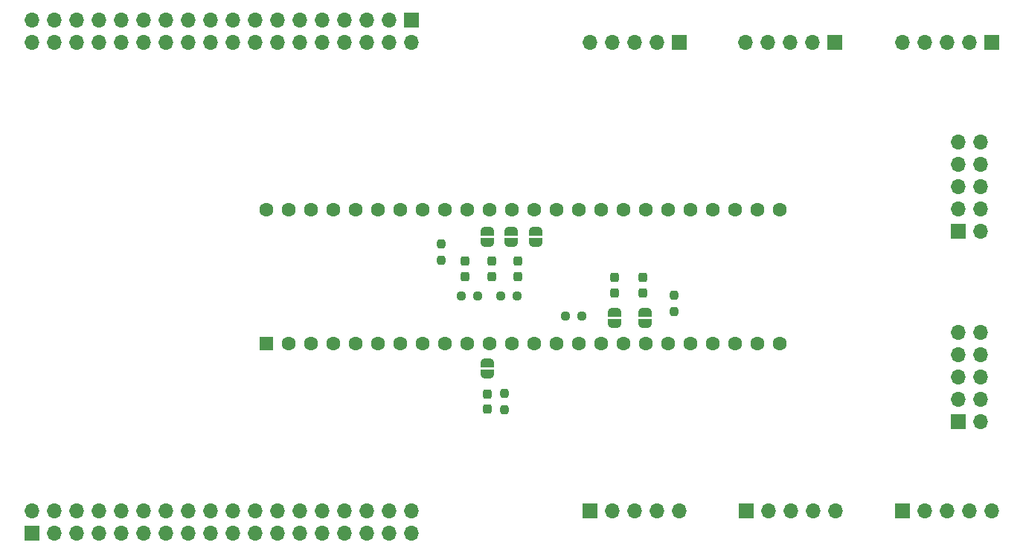
<source format=gbr>
G04 #@! TF.GenerationSoftware,KiCad,Pcbnew,7.0.10-7.0.10~ubuntu22.04.1*
G04 #@! TF.CreationDate,2024-01-06T14:45:44-05:00*
G04 #@! TF.ProjectId,Teensy41_DualMotor,5465656e-7379-4343-915f-4475616c4d6f,1*
G04 #@! TF.SameCoordinates,Original*
G04 #@! TF.FileFunction,Soldermask,Bot*
G04 #@! TF.FilePolarity,Negative*
%FSLAX46Y46*%
G04 Gerber Fmt 4.6, Leading zero omitted, Abs format (unit mm)*
G04 Created by KiCad (PCBNEW 7.0.10-7.0.10~ubuntu22.04.1) date 2024-01-06 14:45:44*
%MOMM*%
%LPD*%
G01*
G04 APERTURE LIST*
G04 Aperture macros list*
%AMRoundRect*
0 Rectangle with rounded corners*
0 $1 Rounding radius*
0 $2 $3 $4 $5 $6 $7 $8 $9 X,Y pos of 4 corners*
0 Add a 4 corners polygon primitive as box body*
4,1,4,$2,$3,$4,$5,$6,$7,$8,$9,$2,$3,0*
0 Add four circle primitives for the rounded corners*
1,1,$1+$1,$2,$3*
1,1,$1+$1,$4,$5*
1,1,$1+$1,$6,$7*
1,1,$1+$1,$8,$9*
0 Add four rect primitives between the rounded corners*
20,1,$1+$1,$2,$3,$4,$5,0*
20,1,$1+$1,$4,$5,$6,$7,0*
20,1,$1+$1,$6,$7,$8,$9,0*
20,1,$1+$1,$8,$9,$2,$3,0*%
%AMFreePoly0*
4,1,19,0.500000,-0.750000,0.000000,-0.750000,0.000000,-0.744911,-0.071157,-0.744911,-0.207708,-0.704816,-0.327430,-0.627875,-0.420627,-0.520320,-0.479746,-0.390866,-0.500000,-0.250000,-0.500000,0.250000,-0.479746,0.390866,-0.420627,0.520320,-0.327430,0.627875,-0.207708,0.704816,-0.071157,0.744911,0.000000,0.744911,0.000000,0.750000,0.500000,0.750000,0.500000,-0.750000,0.500000,-0.750000,
$1*%
%AMFreePoly1*
4,1,19,0.000000,0.744911,0.071157,0.744911,0.207708,0.704816,0.327430,0.627875,0.420627,0.520320,0.479746,0.390866,0.500000,0.250000,0.500000,-0.250000,0.479746,-0.390866,0.420627,-0.520320,0.327430,-0.627875,0.207708,-0.704816,0.071157,-0.744911,0.000000,-0.744911,0.000000,-0.750000,-0.500000,-0.750000,-0.500000,0.750000,0.000000,0.750000,0.000000,0.744911,0.000000,0.744911,
$1*%
G04 Aperture macros list end*
%ADD10RoundRect,0.237500X0.237500X-0.250000X0.237500X0.250000X-0.237500X0.250000X-0.237500X-0.250000X0*%
%ADD11RoundRect,0.237500X-0.250000X-0.237500X0.250000X-0.237500X0.250000X0.237500X-0.250000X0.237500X0*%
%ADD12RoundRect,0.237500X-0.237500X0.250000X-0.237500X-0.250000X0.237500X-0.250000X0.237500X0.250000X0*%
%ADD13FreePoly0,90.000000*%
%ADD14FreePoly1,90.000000*%
%ADD15FreePoly0,270.000000*%
%ADD16FreePoly1,270.000000*%
%ADD17RoundRect,0.237500X-0.237500X0.300000X-0.237500X-0.300000X0.237500X-0.300000X0.237500X0.300000X0*%
%ADD18RoundRect,0.237500X0.237500X-0.300000X0.237500X0.300000X-0.237500X0.300000X-0.237500X-0.300000X0*%
%ADD19R,1.700000X1.700000*%
%ADD20O,1.700000X1.700000*%
%ADD21R,1.600000X1.600000*%
%ADD22C,1.600000*%
G04 APERTURE END LIST*
D10*
X81750000Y-129412500D03*
X81750000Y-127587500D03*
X101000000Y-118250000D03*
X101000000Y-116425000D03*
D11*
X90500000Y-118750000D03*
X88675000Y-118750000D03*
X81337500Y-116500000D03*
X83162500Y-116500000D03*
X76837500Y-116500000D03*
X78662500Y-116500000D03*
D12*
X74500000Y-110587500D03*
X74500000Y-112412500D03*
D13*
X79750000Y-125400000D03*
D14*
X79750000Y-124100000D03*
D15*
X97750000Y-118350000D03*
D16*
X97750000Y-119650000D03*
D15*
X94250000Y-118350000D03*
D16*
X94250000Y-119650000D03*
D14*
X85250000Y-109100000D03*
D13*
X85250000Y-110400000D03*
D14*
X82500000Y-109100000D03*
D13*
X82500000Y-110400000D03*
D14*
X79750000Y-109100000D03*
D13*
X79750000Y-110400000D03*
D17*
X79750000Y-127637500D03*
X79750000Y-129362500D03*
D18*
X97500000Y-116112500D03*
X97500000Y-114387500D03*
X94250000Y-116112500D03*
X94250000Y-114387500D03*
D17*
X83250000Y-112525000D03*
X83250000Y-114250000D03*
X80250000Y-112525000D03*
X80250000Y-114250000D03*
X77250000Y-112525000D03*
X77250000Y-114250000D03*
D19*
X127000000Y-140970000D03*
D20*
X129540000Y-140970000D03*
X132080000Y-140970000D03*
X134620000Y-140970000D03*
X137160000Y-140970000D03*
D19*
X101600000Y-87630000D03*
D20*
X99060000Y-87630000D03*
X96520000Y-87630000D03*
X93980000Y-87630000D03*
X91440000Y-87630000D03*
D19*
X137160000Y-87630000D03*
D20*
X134620000Y-87630000D03*
X132080000Y-87630000D03*
X129540000Y-87630000D03*
X127000000Y-87630000D03*
D19*
X133330000Y-109160000D03*
D20*
X135870000Y-109160000D03*
X133330000Y-106620000D03*
X135870000Y-106620000D03*
X133330000Y-104080000D03*
X135870000Y-104080000D03*
X133330000Y-101540000D03*
X135870000Y-101540000D03*
X133330000Y-99000000D03*
X135870000Y-99000000D03*
D19*
X133350000Y-130780000D03*
D20*
X135890000Y-130780000D03*
X133350000Y-128240000D03*
X135890000Y-128240000D03*
X133350000Y-125700000D03*
X135890000Y-125700000D03*
X133350000Y-123160000D03*
X135890000Y-123160000D03*
X133350000Y-120620000D03*
X135890000Y-120620000D03*
D19*
X91440000Y-140970000D03*
D20*
X93980000Y-140970000D03*
X96520000Y-140970000D03*
X99060000Y-140970000D03*
X101600000Y-140970000D03*
D19*
X109220000Y-140995000D03*
D20*
X111760000Y-140995000D03*
X114300000Y-140995000D03*
X116840000Y-140995000D03*
X119380000Y-140995000D03*
D21*
X54610000Y-121920000D03*
D22*
X57150000Y-121920000D03*
X59690000Y-121920000D03*
X62230000Y-121920000D03*
X64770000Y-121920000D03*
X67310000Y-121920000D03*
X69850000Y-121920000D03*
X72390000Y-121920000D03*
X74930000Y-121920000D03*
X77470000Y-121920000D03*
X80010000Y-121920000D03*
X82550000Y-121920000D03*
X85090000Y-121920000D03*
X87630000Y-121920000D03*
X90170000Y-121920000D03*
X92710000Y-121920000D03*
X95250000Y-121920000D03*
X97790000Y-121920000D03*
X100330000Y-121920000D03*
X102870000Y-121920000D03*
X105410000Y-121920000D03*
X107950000Y-121920000D03*
X110490000Y-121920000D03*
X113030000Y-121920000D03*
X113030000Y-106680000D03*
X110490000Y-106680000D03*
X107950000Y-106680000D03*
X105410000Y-106680000D03*
X102870000Y-106680000D03*
X100330000Y-106680000D03*
X97790000Y-106680000D03*
X95250000Y-106680000D03*
X92710000Y-106680000D03*
X90170000Y-106680000D03*
X87630000Y-106680000D03*
X85090000Y-106680000D03*
X82550000Y-106680000D03*
X80010000Y-106680000D03*
X77470000Y-106680000D03*
X74930000Y-106680000D03*
X72390000Y-106680000D03*
X69850000Y-106680000D03*
X67310000Y-106680000D03*
X64770000Y-106680000D03*
X62230000Y-106680000D03*
X59690000Y-106680000D03*
X57150000Y-106680000D03*
X54610000Y-106680000D03*
D19*
X119350000Y-87630000D03*
D20*
X116810000Y-87630000D03*
X114270000Y-87630000D03*
X111730000Y-87630000D03*
X109190000Y-87630000D03*
D19*
X71120000Y-85090000D03*
D20*
X71120000Y-87630000D03*
X68580000Y-85090000D03*
X68580000Y-87630000D03*
X66040000Y-85090000D03*
X66040000Y-87630000D03*
X63500000Y-85090000D03*
X63500000Y-87630000D03*
X60960000Y-85090000D03*
X60960000Y-87630000D03*
X58420000Y-85090000D03*
X58420000Y-87630000D03*
X55880000Y-85090000D03*
X55880000Y-87630000D03*
X53340000Y-85090000D03*
X53340000Y-87630000D03*
X50800000Y-85090000D03*
X50800000Y-87630000D03*
X48260000Y-85090000D03*
X48260000Y-87630000D03*
X45720000Y-85090000D03*
X45720000Y-87630000D03*
X43180000Y-85090000D03*
X43180000Y-87630000D03*
X40640000Y-85090000D03*
X40640000Y-87630000D03*
X38100000Y-85090000D03*
X38100000Y-87630000D03*
X35560000Y-85090000D03*
X35560000Y-87630000D03*
X33020000Y-85090000D03*
X33020000Y-87630000D03*
X30480000Y-85090000D03*
X30480000Y-87630000D03*
X27940000Y-85090000D03*
X27940000Y-87630000D03*
D19*
X27940000Y-143510000D03*
D20*
X27940000Y-140970000D03*
X30480000Y-143510000D03*
X30480000Y-140970000D03*
X33020000Y-143510000D03*
X33020000Y-140970000D03*
X35560000Y-143510000D03*
X35560000Y-140970000D03*
X38100000Y-143510000D03*
X38100000Y-140970000D03*
X40640000Y-143510000D03*
X40640000Y-140970000D03*
X43180000Y-143510000D03*
X43180000Y-140970000D03*
X45720000Y-143510000D03*
X45720000Y-140970000D03*
X48260000Y-143510000D03*
X48260000Y-140970000D03*
X50800000Y-143510000D03*
X50800000Y-140970000D03*
X53340000Y-143510000D03*
X53340000Y-140970000D03*
X55880000Y-143510000D03*
X55880000Y-140970000D03*
X58420000Y-143510000D03*
X58420000Y-140970000D03*
X60960000Y-143510000D03*
X60960000Y-140970000D03*
X63500000Y-143510000D03*
X63500000Y-140970000D03*
X66040000Y-143510000D03*
X66040000Y-140970000D03*
X68580000Y-143510000D03*
X68580000Y-140970000D03*
X71120000Y-143510000D03*
X71120000Y-140970000D03*
M02*

</source>
